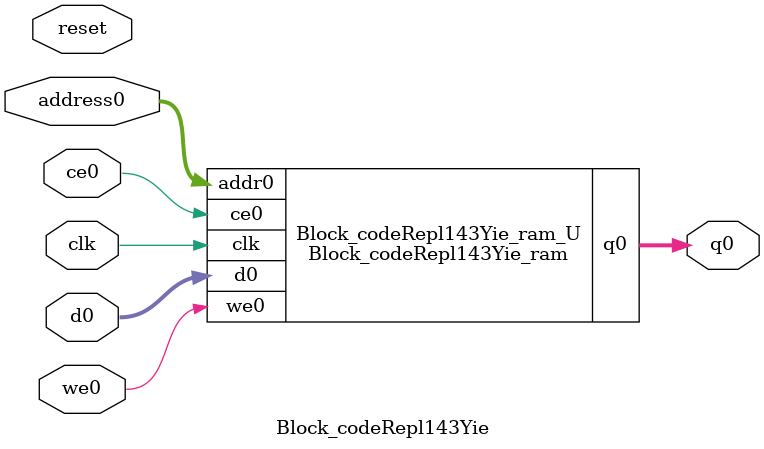
<source format=v>
`timescale 1 ns / 1 ps
module Block_codeRepl143Yie_ram (addr0, ce0, d0, we0, q0,  clk);

parameter DWIDTH = 4;
parameter AWIDTH = 11;
parameter MEM_SIZE = 1408;

input[AWIDTH-1:0] addr0;
input ce0;
input[DWIDTH-1:0] d0;
input we0;
output reg[DWIDTH-1:0] q0;
input clk;

(* ram_style = "block" *)reg [DWIDTH-1:0] ram[0:MEM_SIZE-1];




always @(posedge clk)  
begin 
    if (ce0) begin
        if (we0) 
            ram[addr0] <= d0; 
        q0 <= ram[addr0];
    end
end


endmodule

`timescale 1 ns / 1 ps
module Block_codeRepl143Yie(
    reset,
    clk,
    address0,
    ce0,
    we0,
    d0,
    q0);

parameter DataWidth = 32'd4;
parameter AddressRange = 32'd1408;
parameter AddressWidth = 32'd11;
input reset;
input clk;
input[AddressWidth - 1:0] address0;
input ce0;
input we0;
input[DataWidth - 1:0] d0;
output[DataWidth - 1:0] q0;



Block_codeRepl143Yie_ram Block_codeRepl143Yie_ram_U(
    .clk( clk ),
    .addr0( address0 ),
    .ce0( ce0 ),
    .we0( we0 ),
    .d0( d0 ),
    .q0( q0 ));

endmodule


</source>
